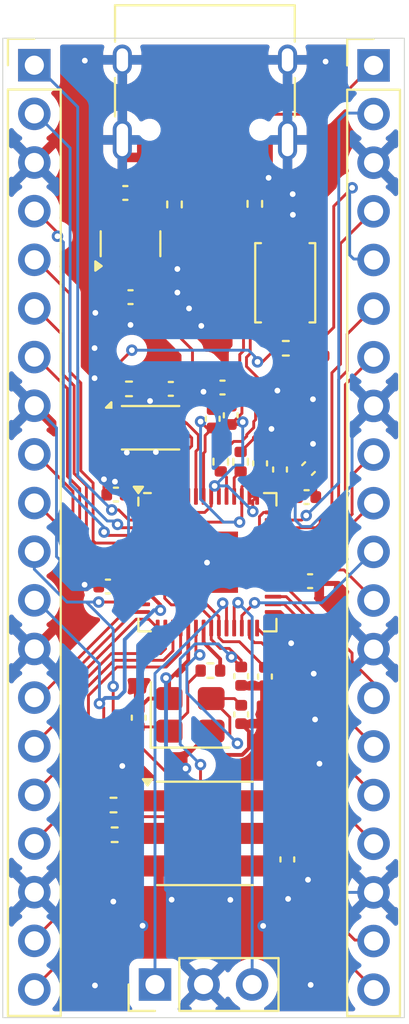
<source format=kicad_pcb>
(kicad_pcb (version 20241229) (generator "pcbnew") (generator_version "9.0")
  (layers (0 "F.Cu" signal) (2 "B.Cu" signal) (13 "F.Paste" user) (15 "B.Paste" user) (5 "F.SilkS" user "F.Silkscreen") (7 "B.SilkS" user "B.Silkscreen") (1 "F.Mask" user) (3 "B.Mask" user) (25 "Edge.Cuts" user))
  (net 0 "")
  (net 1 "GND")
  (net 2 "+3V3")
  (net 3 "+1V1")
  (net 4 "VBUS")
  (net 5 "Net-(C15-Pad2)")
  (net 6 "XIN")
  (net 7 "USB_D+")
  (net 8 "USB_D-")
  (net 9 "Net-(J1-CC2)")
  (net 10 "Net-(J1-CC1)")
  (net 11 "GPIO5")
  (net 12 "GPIO4")
  (net 13 "GPIO9")
  (net 14 "GPIO13")
  (net 15 "GPIO10")
  (net 16 "GPIO15")
  (net 17 "GPIO14")
  (net 18 "GPIO12")
  (net 19 "GPIO0")
  (net 20 "GPIO11")
  (net 21 "GPIO1")
  (net 22 "GPIO3")
  (net 23 "GPIO6")
  (net 24 "GPIO7")
  (net 25 "GPIO8")
  (net 26 "GPIO2")
  (net 27 "GPIO22")
  (net 28 "GPIO16")
  (net 29 "GPIO17")
  (net 30 "GPIO23")
  (net 31 "GPIO28_ADC2")
  (net 32 "GPIO26_ADC0")
  (net 33 "GPIO18")
  (net 34 "RUN")
  (net 35 "GPIO19")
  (net 36 "GPIO24")
  (net 37 "GPIO20")
  (net 38 "GPIO27_ADC1")
  (net 39 "GPIO21")
  (net 40 "GPIO29_ADC3")
  (net 41 "SWCLK")
  (net 42 "SWD")
  (net 43 "Net-(U1-USB_DP)")
  (net 44 "Net-(U1-USB_DM)")
  (net 45 "XOUT")
  (net 46 "QSPI_SS")
  (net 47 "Net-(R6-Pad1)")
  (net 49 "QSPI_SCLK")
  (net 50 "QSPI_SD3")
  (net 51 "QSPI_SD2")
  (net 52 "QSPI_SD0")
  (net 53 "QSPI_SD1")
  (net 54 "Net-(D2-DI)")
  (net 56 "Net-(D2-CI)")
  (footprint "Capacitor_SMD:C_0402_1005Metric" (layer "F.Cu") (at 106.7175 88.7)
    (property "Reference" "C8" (hide yes))
    (property "Value" "0.1uF")
  )
  (footprint "Capacitor_SMD:C_0402_1005Metric" (layer "F.Cu") (at 102.75 84.43 90)
    (property "Reference" "C6" (hide yes))
    (property "Value" "0.1uF" (hide yes))
  )
  (footprint "Resistor_SMD:R_0402_1005Metric" (layer "F.Cu") (at 97.43 83.05 180)
    (property "Reference" "R7" (hide yes))
    (property "Value" "10k" (hide yes))
  )
  (footprint "Capacitor_SMD:C_0402_1005Metric" (layer "F.Cu") (at 105.71 107.62 90)
    (property "Reference" "C18" (hide yes))
    (property "Value" "0.1uF" (hide yes))
  )
  (footprint "Resistor_SMD:R_0402_1005Metric" (layer "F.Cu") (at 101.6875 97.76)
    (property "Reference" "R5" (hide yes))
    (property "Value" "1k")
  )
  (footprint "Capacitor_SMD:C_0402_1005Metric" (layer "F.Cu") (at 106.9 93.09)
    (property "Reference" "C9" (hide yes))
    (property "Value" "0.1uF" (hide yes))
  )
  (footprint "Connector_PinHeader_2.54mm:PinHeader_1x03_P2.54mm_Vertical" (layer "F.Cu") (at 98.79 114.15 90)
    (property "Reference" "J4" (hide yes))
    (property "Value" "Conn_01x03" (hide yes))
  )
  (footprint "Capacitor_SMD:C_0402_1005Metric" (layer "F.Cu") (at 97.51 78.26)
    (property "Reference" "C14" (hide yes))
    (property "Value" "10uF" (hide yes))
  )
  (footprint "Package_TO_SOT_SMD:SOT-23" (layer "F.Cu") (at 97.51 75.4725 90)
    (property "Reference" "U2" (hide yes))
    (property "Value" "MCP1700x-330xxTT" (hide yes))
  )
  (footprint "Resistor_SMD:R_0402_1005Metric" (layer "F.Cu") (at 104.01 73.39 -90)
    (property "Reference" "R1" (hide yes))
    (property "Value" "5.1k" (hide yes))
  )
  (footprint "Capacitor_SMD:C_0402_1005Metric" (layer "F.Cu") (at 102.32 82.98 180)
    (property "Reference" "C7" (hide yes))
    (property "Value" "0.1uF" (hide yes))
  )
  (footprint "Capacitor_SMD:C_0402_1005Metric" (layer "F.Cu") (at 103.2975 100.05 90)
    (property "Reference" "C16" (hide yes))
    (property "Value" "33pF" (hide yes))
  )
  (footprint "Capacitor_SMD:C_0402_1005Metric" (layer "F.Cu") (at 101.8075 84.61 90)
    (property "Reference" "C12" (hide yes))
    (property "Value" "0.1uF")
  )
  (footprint "Capacitor_SMD:C_0402_1005Metric" (layer "F.Cu") (at 97.9375 100.22 -90)
    (property "Reference" "C15" (hide yes))
    (property "Value" "33pF" (hide yes))
  )
  (footprint "Capacitor_SMD:C_0402_1005Metric" (layer "F.Cu") (at 104.2875 86.94 90)
    (property "Reference" "C11" (hide yes))
    (property "Value" "0.1uF" (hide yes))
  )
  (footprint "LED_SMD:LED_RGB_5050-6" (layer "F.Cu") (at 101.4 106.26)
    (property "Reference" "D2" (hide yes))
    (property "Value" "APA102" (hide yes))
  )
  (footprint "Package_SON:Winbond_USON-8-1EP_3x2mm_P0.5mm_EP0.2x1.6mm" (layer "F.Cu") (at 98.5575 85.08)
    (property "Reference" "U3" (hide yes))
    (property "Value" "W25Q16JVZPIQ" (hide yes))
  )
  (footprint "Package_DFN_QFN:QFN-56-1EP_7x7mm_P0.4mm_EP3.2x3.2mm" (layer "F.Cu") (at 101.53 92.1)
    (property "Reference" "U1" (hide yes))
    (property "Value" "RP2040")
  )
  (footprint "Resistor_SMD:R_0402_1005Metric" (layer "F.Cu") (at 96.68 106.33)
    (property "Reference" "R8" (hide yes))
    (property "Value" "100" (hide yes))
  )
  (footprint "Capacitor_SMD:C_0402_1005Metric" (layer "F.Cu") (at 106.8175 87.21 45)
    (property "Reference" "C1" (hide yes))
    (property "Value" "1uF")
  )
  (footprint "Resistor_SMD:R_0402_1005Metric" (layer "F.Cu") (at 99.81 73.42 -90)
    (property "Reference" "R2" (hide yes))
    (property "Value" "5.1k" (hide yes))
  )
  (footprint "Connector_PinHeader_2.54mm:PinHeader_1x20_P2.54mm_Vertical" (layer "F.Cu") (at 92.48 66.15)
    (property "Reference" "J2" (hide yes))
    (property "Value" "Conn_01x20" (hide yes))
  )
  (footprint "Resistor_SMD:R_0402_1005Metric" (layer "F.Cu") (at 102.2275 86.85 -90)
    (property "Reference" "R3" (hide yes))
    (property "Value" "27")
  )
  (footprint "Capacitor_SMD:C_0402_1005Metric" (layer "F.Cu") (at 96.33 93.37 180)
    (property "Reference" "C3" (hide yes))
    (property "Value" "0.1uF" (hide yes))
  )
  (footprint "Capacitor_SMD:C_0402_1005Metric" (layer "F.Cu") (at 97.24 72.82)
    (property "Reference" "C13" (hide yes))
    (property "Value" "10uF" (hide yes))
  )
  (footprint "Button_Switch_SMD:SW_Push_SPST_NO_Alps_SKRK" (layer "F.Cu") (at 105.6 77.51 -90)
    (property "Reference" "SW1" (hide yes))
    (property "Value" "SW_Push" (hide yes))
  )
  (footprint "Resistor_SMD:R_0402_1005Metric" (layer "F.Cu") (at 96.62 104.78)
    (property "Reference" "R9" (hide yes))
    (property "Value" "100" (hide yes))
  )
  (footprint "Capacitor_SMD:C_0402_1005Metric" (layer "F.Cu") (at 104.54 98.07 -90)
    (property "Reference" "C10" (hide yes))
    (property "Value" "1uF")
  )
  (footprint "Resistor_SMD:R_0402_1005Metric" (layer "F.Cu") (at 105.63 80.93 180)
    (property "Reference" "R6" (hide yes))
    (property "Value" "1k")
  )
  (footprint "Capacitor_SMD:C_0402_1005Metric" (layer "F.Cu") (at 105.3275 87.26 90)
    (property "Reference" "C5" (hide yes))
    (property "Value" "0.1uF" (hide yes))
  )
  (footprint "Resistor_SMD:R_0402_1005Metric" (layer "F.Cu") (at 103.2675 86.85 -90)
    (property "Reference" "R4" (hide yes))
    (property "Value" "27")
  )
  (footprint "Capacitor_SMD:C_0402_1005Metric" (layer "F.Cu") (at 96.7475 88.57 180)
    (property "Reference" "C4" (hide yes))
    (property "Value" "0.1uF" (hide yes))
  )
  (footprint "Crystal:Crystal_SMD_3225-4Pin_3.2x2.5mm" (layer "F.Cu") (at 100.6275 100.07)
    (property "Reference" "Y1" (hide yes))
    (property "Value" "12 MHz" (hide yes))
  )
  (footprint "Capacitor_SMD:C_0402_1005Metric" (layer "F.Cu") (at 99.6175 83.05)
    (property "Reference" "C17" (hide yes))
    (property "Value" "0.1uF" (hide yes))
  )
  (footprint "Capacitor_SMD:C_0402_1005Metric" (layer "F.Cu") (at 103.2975 98.05 -90)
    (property "Reference" "C2" (hide yes))
    (property "Value" "0.1uF")
  )
  (footprint "Connector_PinHeader_2.54mm:PinHeader_1x20_P2.54mm_Vertical" (layer "F.Cu") (at 110.22 66.16)
    (property "Reference" "J3" (hide yes))
    (property "Value" "Conn_01x20" (hide yes))
  )
  (footprint "Connector_USB:USB_C_Receptacle_HRO_TYPE-C-31-M-12" (layer "F.Cu") (at 101.4 66.92 180)
    (property "Reference" "J1" (hide yes))
    (property "Value" "USB_C_Receptacle_USB2.0_14P" (hide yes))
  )
  (gr_rect (start 90.83 64.74) (end 111.83 115.88) (stroke (width 0.05)) (fill no) (layer "Edge.Cuts"))
  (segment (start 101.7275 100.92) (end 100.39 102.2575) (width 0.2) (layer "F.Cu") (net 1))
  (segment (start 103.701 101.808943) (end 103.348943 102.161) (width 0.2) (layer "F.Cu") (net 1))
  (segment (start 103.348943 102.161) (end 102.3685 102.161) (width 0.2) (layer "F.Cu") (net 1))
  (segment (start 103.701 100.9335) (end 103.701 101.808943) (width 0.2) (layer "F.Cu") (net 1))
  (segment (start 104.65 71.95) (end 104.73 72.03) (width 0.2) (layer "F.Cu") (net 1))
  (segment (start 99.5275 98.238449) (end 100.53 97.235949) (width 0.2) (layer "F.Cu") (net 1))
  (segment (start 101.8075 84.13) (end 102.57 84.13) (width 0.15) (layer "F.Cu") (net 1))
  (segment (start 96.12 88.4225) (end 96.2675 88.57) (width 0.15) (layer "F.Cu") (net 1))
  (segment (start 107.156911 86.870589) (end 107.156911 86.136911) (width 0.15) (layer "F.Cu") (net 1))
  (segment (start 106.79 108.68) (end 106.79 108.01) (width 0.15) (layer "F.Cu") (net 1))
  (segment (start 107.156911 86.136911) (end 106.94 85.92) (width 0.15) (layer "F.Cu") (net 1))
  (segment (start 107.1975 88.7) (end 107.1975 86.911178) (width 0.15) (layer "F.Cu") (net 1))
  (segment (start 101.7275 101.52) (end 101.7275 100.92) (width 0.2) (layer "F.Cu") (net 1))
  (segment (start 99.66 109.72) (end 99.66 109.48) (width 0.2) (layer "F.Cu") (net 1))
  (segment (start 97.1325 86.191565) (end 97.315935 86.375) (width 0.15) (layer "F.Cu") (net 1))
  (segment (start 103.2975 98.53) (end 104.52 98.53) (width 0.15) (layer "F.Cu") (net 1))
  (segment (start 96.694923 88.142577) (end 96.2675 88.57) (width 0.15) (layer "F.Cu") (net 1))
  (segment (start 97.03 75.78) (end 92.48 71.23) (width 0.15) (layer "F.Cu") (net 1))
  (segment (start 99.365 98.14726) (end 99.365 99.0575) (width 0.2) (layer "F.Cu") (net 1))
  (segment (start 98.9335 84.083618) (end 98.9335 86.248707) (width 0.15) (layer "F.Cu") (net 1))
  (segment (start 104.2875 86.46) (end 105.0075 86.46) (width 0.15) (layer "F.Cu") (net 1))
  (segment (start 107.1975 86.911178) (end 107.156911 86.870589) (width 0.15) (layer "F.Cu") (net 1))
  (segment (start 105.92 107.14) (end 105.71 107.14) (width 0.15) (layer "F.Cu") (net 1))
  (segment (start 99 108.82) (end 99 107.96) (width 0.2) (layer "F.Cu") (net 1))
  (segment (start 104.88 85.14) (end 105.3275 85.5875) (width 0.15) (layer "F.Cu") (net 1))
  (segment (start 104.2875 85.7325) (end 104.88 85.14) (width 0.15) (layer "F.Cu") (net 1))
  (segment (start 105.0075 86.46) (end 105.3275 86.78) (width 0.15) (layer "F.Cu") (net 1))
  (segment (start 98.53079 83.680908) (end 98.53079 83.65671) (width 0.15) (layer "F.Cu") (net 1))
  (segment (start 101.8075 83.0125) (end 101.84 82.98) (width 0.15) (layer "F.Cu") (net 1))
  (segment (start 106.94 85.92) (end 107.053089 85.92) (width 0.15) (layer "F.Cu") (net 1))
  (segment (start 97.03 78.12) (end 96.56 77.65) (width 0.15) (layer "F.Cu") (net 1))
  (segment (start 101.8075 84.13) (end 101.8075 83.0125) (width 0.15) (layer "F.Cu") (net 1))
  (segment (start 102.3685 102.161) (end 101.7275 101.52) (width 0.2) (layer "F.Cu") (net 1))
  (segment (start 99.365 99.0575) (end 99.5275 99.22) (width 0.2) (layer "F.Cu") (net 1))
  (segment (start 101.545 82.98) (end 101.325 83.2) (width 0.15) (layer "F.Cu") (net 1))
  (segment (start 99.66 109.48) (end 99 108.82) (width 0.2) (layer "F.Cu") (net 1))
  (segment (start 104.65 70.965) (end 104.65 71.95) (width 0.2) (layer "F.Cu") (net 1))
  (segment (start 99.5275 99.22) (end 98.4575 99.22) (width 0.2) (layer "F.Cu") (net 1))
  (segment (start 96.12 87.77) (end 96.12 88.4225) (width 0.15) (layer "F.Cu") (net 1))
  (segment (start 104.2875 86.46) (end 104.2875 85.7325) (width 0.15) (layer "F.Cu") (net 1))
  (segment (start 98.53079 83.65671) (end 99.1375 83.05) (width 0.15) (layer "F.Cu") (net 1))
  (segment (start 100.53 97.235949) (end 100.53 95.5375) (width 0.2) (layer "F.Cu") (net 1))
  (segment (start 105.3275 85.5875) (end 105.3275 86.78) (width 0.15) (layer "F.Cu") (net 1))
  (segment (start 97.03 78.26) (end 97.03 75.78) (width 0.15) (layer "F.Cu") (net 1))
  (segment (start 95.85 93.37) (end 95.203173 93.37) (width 0.15) (layer "F.Cu") (net 1))
  (segment (start 96.56 77.65) (end 96.56 76.41) (width 0.15) (layer "F.Cu") (net 1))
  (segment (start 101.84 82.98) (end 101.545 82.98) (width 0.15) (layer "F.Cu") (net 1))
  (segment (start 99.5275 99.22) (end 99.5275 98.238449) (width 0.2) (layer "F.Cu") (net 1))
  (segment (start 97.1325 85.83) (end 97.1325 86.191565) (width 0.15) (layer "F.Cu") (net 1))
  (segment (start 104.52 98.53) (end 104.54 98.55) (width 0.15) (layer "F.Cu") (net 1))
  (segment (start 98.4575 99.22) (end 97.9375 99.74) (width 0.2) (layer "F.Cu") (net 1))
  (segment (start 102.57 84.13) (end 102.75 83.95) (width 0.15) (layer "F.Cu") (net 1))
  (segment (start 103.2975 100.53) (end 103.701 100.9335) (width 0.2) (layer "F.Cu") (net 1))
  (segment (start 96.694923 87.89293) (end 96.694923 88.142577) (width 0.15) (layer "F.Cu") (net 1))
  (segment (start 95.203173 93.37) (end 95.108172 93.274999) (width 0.15) (layer "F.Cu") (net 1))
  (segment (start 97.03 78.26) (end 97.03 78.12) (width 0.15) (layer "F.Cu") (net 1))
  (segment (start 100.39 102.2575) (end 100.39 102.87) (width 0.2) (layer "F.Cu") (net 1))
  (segment (start 98.53079 83.680908) (end 98.9335 84.083618) (width 0.15) (layer "F.Cu") (net 1))
  (segment (start 106.79 108.01) (end 105.92 107.14) (width 0.15) (layer "F.Cu") (net 1))
  (segment (start 98.9335 86.248707) (end 98.834634 86.347573) (width 0.15) (layer "F.Cu") (net 1))
  (via (at 105.19 83.14) (size 0.6) (drill 0.3) (layers "F.Cu" "B.Cu") (net 1))
  (via (at 101.51 92.12) (size 0.6) (drill 0.3) (layers "F.Cu" "B.Cu") (net 1))
  (via (at 95.108172 93.274999) (size 0.6) (drill 0.3) (layers "F.Cu" "B.Cu") (net 1))
  (via (at 104.88 85.14) (size 0.6) (drill 0.3) (layers "F.Cu" "B.Cu") (net 1))
  (via (at 97.51 79.71) (size 0.6) (drill 0.3) (layers "F.Cu" "B.Cu") (net 1))
  (via (at 105.99 72.88) (size 0.6) (drill 0.3) (layers "F.Cu" "B.Cu") (net 1))
  (via (at 107.71 65.96) (size 0.6) (drill 0.3) (layers "F.Cu" "B.Cu") (net 1))
  (via (at 96.12 87.77) (size 0.6) (drill 0.3) (layers "F.Cu" "B.Cu") (net 1))
  (via (at 104.445 111.09) (size 0.6) (drill 0.3) (layers "F.Cu" "B.Cu") (net 1))
  (via (at 104.73 72.03) (size 0.6) (drill 0.3) (layers "F.Cu" "B.Cu") (net 1))
  (via (at 95.63 80.92) (size 0.6) (drill 0.3) (layers "F.Cu" "B.Cu") (net 1))
  (via (at 102.73 109.73) (size 0.6) (drill 0.3) (layers "F.Cu" "B.Cu") (net 1))
  (via (at 95.65 114.2) (size 0.6) (drill 0.3) (layers "F.Cu" "B.Cu") (net 1))
  (via (at 99.365 98.14726) (size 0.6) (drill 0.3) (layers "F.Cu" "B.Cu") (net 1))
  (via (at 98.53079 83.680908) (size 0.6) (drill 0.3) (layers "F.Cu" "B.Cu") (net 1))
  (via (at 95.67 79.08) (size 0.6) (drill 0.3) (layers "F.Cu" "B.Cu") (net 1))
  (via (at 106 73.96) (size 0.6) (drill 0.3) (layers "F.Cu" "B.Cu") (net 1))
  (via (at 97.315935 86.375) (size 0.6) (drill 0.3) (layers "F.Cu" "B.Cu") (net 1))
  (via (at 107.05 83.59) (size 0.6) (drill 0.3) (layers "F.Cu" "B.Cu") (net 1))
  (via (at 95.12 65.91) (size 0.6) (drill 0.3) (layers "F.Cu" "B.Cu") (net 1))
  (via (at 107.39 102.62) (size 0.6) (drill 0.3) (layers "F.Cu" "B.Cu") (net 1))
  (via (at 99.96 78.02) (size 0.6) (drill 0.3) (layers "F.Cu" "B.Cu") (net 1))
  (via (at 107.16 100.31) (size 0.6) (drill 0.3) (layers "F.Cu" "B.Cu") (net 1))
  (via (at 101.325 83.2) (size 0.6) (drill 0.3) (layers "F.Cu" "B.Cu") (net 1))
  (via (at 98.14 111.08) (size 0.6) (drill 0.3) (layers "F.Cu" "B.Cu") (net 1))
  (via (at 100.39 102.87) (size 0.6) (drill 0.3) (layers "F.Cu" "B.Cu") (net 1))
  (via (at 105.91 96.33) (size 0.6) (drill 0.3) (layers "F.Cu" "B.Cu") (net 1))
  (via (at 107.09 97.92) (size 0.6) (drill 0.3) (layers "F.Cu" "B.Cu") (net 1))
  (via (at 106.79 108.68) (size 0.6) (drill 0.3) (layers "F.Cu" "B.Cu") (net 1))
  (via (at 97.08 102.74) (size 0.6) (drill 0.3) (layers "F.Cu" "B.Cu") (net 1))
  (via (at 95.63 82.49) (size 0.6) (drill 0.3) (layers "F.Cu" "B.Cu") (net 1))
  (via (at 105.75 109.68) (size 0.6) (drill 0.3) (layers "F.Cu" "B.Cu") (net 1))
  (via (at 98.834634 86.347573) (size 0.6) (drill 0.3) (layers "F.Cu" "B.Cu") (net 1))
  (via (at 100.57 78.85) (size 0.6) (drill 0.3) (layers "F.Cu" "B.Cu") (net 1))
  (via (at 101.21 79.76) (size 0.6) (drill 0.3) (layers "F.Cu" "B.Cu") (net 1))
  (via (at 99.96 76.79) (size 0.6) (drill 0.3) (layers "F.Cu" "B.Cu") (net 1))
  (via (at 96.694923 87.89293) (size 0.6) (drill 0.3) (layers "F.Cu" "B.Cu") (net 1))
  (via (at 96.61 109.82) (size 0.6) (drill 0.3) (layers "F.Cu" "B.Cu") (net 1))
  (via (at 107.053089 85.92) (size 0.6) (drill 0.3) (layers "F.Cu" "B.Cu") (net 1))
  (via (at 99.66 109.72) (size 0.6) (drill 0.3) (layers "F.Cu" "B.Cu") (net 1))
  (via (at 106.93 114.17) (size 0.6) (drill 0.3) (layers "F.Cu" "B.Cu") (net 1))
  (segment (start 107.053089 85.92) (end 106.1215 86.851589) (width 0.15) (layer "B.Cu") (net 1))
  (segment (start 98.834634 86.347573) (end 98.807207 86.375) (width 0.15) (layer "B.Cu") (net 1))
  (segment (start 101.51 92.12) (end 100.355001 93.274999) (width 0.15) (layer "B.Cu") (net 1))
  (segment (start 106.936088 90.236) (end 109.094 88.078088) (width 0.15) (layer "B.Cu") (net 1))
  (segment (start 106.1215 89.898588) (end 106.458912 90.236) (width 0.15) (layer "B.Cu") (net 1))
  (segment (start 97.406754 88.604761) (end 96.694923 87.89293) (width 0.15) (layer "B.Cu") (net 1))
  (segment (start 99.66 109.48) (end 99.365 109.185) (width 0.2) (layer "B.Cu") (net 1))
  (segment (start 100.844092 83.680908) (end 98.53079 83.680908) (width 0.15) (layer "B.Cu") (net 1))
  (segment (start 99.66 109.72) (end 99.66 109.48) (width 0.2) (layer "B.Cu") (net 1))
  (segment (start 98.807207 86.375) (end 97.315935 86.375) (width 0.15) (layer "B.Cu") (net 1))
  (segment (start 109.094 88.078088) (end 109.094 85.066) (width 0.15) (layer "B.Cu") (net 1))
  (segment (start 106.1215 86.851589) (end 106.1215 89.898588) (width 0.15) (layer "B.Cu") (net 1))
  (segment (start 110.22 109.34) (end 107.45 109.34) (width 0.15) (layer "B.Cu") (net 1))
  (segment (start 107.45 109.34) (end 106.79 108.68) (width 0.15) (layer "B.Cu") (net 1))
  (segment (start 109.094 85.066) (end 110.22 83.94) (width 0.15) (layer "B.Cu") (net 1))
  (segment (start 99.365 109.185) (end 99.365 98.14726) (width 0.2) (layer "B.Cu") (net 1))
  (segment (start 97.315935 86.375) (end 97.315935 86.574065) (width 0.15) (layer "B.Cu") (net 1))
  (segment (start 97.406754 90.976417) (end 97.406754 88.604761) (width 0.15) (layer "B.Cu") (net 1))
  (segment (start 99.365 101.845) (end 99.365 98.14726) (width 0.2) (layer "B.Cu") (net 1))
  (segment (start 95.108172 93.274999) (end 93.64 91.806827) (width 0.15) (layer "B.Cu") (net 1))
  (segment (start 100.39 102.87) (end 99.365 101.845) (width 0.2) (layer "B.Cu") (net 1))
  (segment (start 95.108172 93.274999) (end 97.406754 90.976417) (width 0.15) (layer "B.Cu") (net 1))
  (segment (start 97.315935 86.574065) (end 96.12 87.77) (width 0.15) (layer "B.Cu") (net 1))
  (segment (start 100.355001 93.274999) (end 95.108172 93.274999) (width 0.15) (layer "B.Cu") (net 1))
  (segment (start 93.64 85.09) (end 92.48 83.93) (width 0.15) (layer "B.Cu") (net 1))
  (segment (start 101.53 92.1) (end 101.51 92.12) (width 0.15) (layer "B.Cu") (net 1))
  (segment (start 106.458912 90.236) (end 106.936088 90.236) (width 0.15) (layer "B.Cu") (net 1))
  (segment (start 93.64 91.806827) (end 93.64 85.09) (width 0.15) (layer "B.Cu") (net 1))
  (segment (start 101.325 83.2) (end 100.844092 83.680908) (width 0.15) (layer "B.Cu") (net 1))
  (segment (start 103.8 107.96) (end 105.57 107.96) (width 0.15) (layer "F.Cu") (net 2))
  (segment (start 106.2375 87.79) (end 106.478089 87.549411) (width 0.15) (layer "F.Cu") (net 2))
  (segment (start 97.99 76.88) (end 98.46 76.41) (width 0.15) (layer "F.Cu") (net 2))
  (segment (start 96.81 93.37) (end 97.08 93.1) (width 0.15) (layer "F.Cu") (net 2))
  (segment (start 97.99 78.26) (end 97.99 76.88) (width 0.15) (layer "F.Cu") (net 2))
  (segment (start 106 81.974984) (end 106 85.74) (width 0.15) (layer "F.Cu") (net 2))
  (segment (start 108.138 73.512) (end 108.138 79.836984) (width 0.15) (layer "F.Cu") (net 2))
  (segment (start 97.08 93.1) (end 98.0925 93.1) (width 0.15) (layer "F.Cu") (net 2))
  (segment (start 103.56 107.96) (end 101.17 105.57) (width 0.15) (layer "F.Cu") (net 2))
  (segment (start 99.9825 84.33) (end 99.9825 83.165) (width 0.15) (layer "F.Cu") (net 2))
  (segment (start 101.907104 88.115508) (end 102.033008 88.115508) (width 0.15) (layer "F.Cu") (net 2))
  (segment (start 104.13 88.6625) (end 105.0525 87.74) (width 0.15) (layer "F.Cu") (net 2))
  (segment (start 98.806 89.566) (end 98.74 89.5) (width 0.15) (layer "F.Cu") (net 2))
  (segment (start 100.75 81.9) (end 100.75 83.5625) (width 0.15) (layer "F.Cu") (net 2))
  (segment (start 101.93 88.138404) (end 101.907104 88.115508) (width 0.15) (layer "F.Cu") (net 2))
  (segment (start 101.73 88.6625) (end 101.73 89.16242) (width 0.15) (layer "F.Cu") (net 2))
  (segment (start 102.13 88.2125) (end 102.13 88.6625) (width 0.15) (layer "F.Cu") (net 2))
  (segment (start 103.2975 97.2275) (end 102.672 96.602) (width 0.15) (layer "F.Cu") (net 2))
  (segment (start 103.336 84.324) (end 103.336 83.516) (width 0.15) (layer "F.Cu") (net 2))
  (segment (start 102.787602 97.049021) (end 102.787602 97.060102) (width 0.15) (layer "F.Cu") (net 2))
  (segment (start 103.905 88.8875) (end 104.13 88.6625) (width 0.15) (layer "F.Cu") (net 2))
  (segment (start 100.75 83.5625) (end 99.9825 84.33) (width 0.15) (layer "F.Cu") (net 2))
  (segment (start 99.640612 94.327) (end 99.299 93.985388) (width 0.15) (layer "F.Cu") (net 2))
  (segment (start 100.81 81.9) (end 100.75 81.9) (width 0.15) (layer "F.Cu") (net 2))
  (segment (start 104.9675 93.1) (end 105.46742 93.1) (width 0.15) (layer "F.Cu") (net 2))
  (segment (start 106 85.74) (end 106.478089 86.218089) (width 0.15) (layer "F.Cu") (net 2))
  (segment (start 100.75 81.33) (end 100.75 81.9) (width 0.15) (layer "F.Cu") (net 2))
  (segment (start 99.5115 82.464) (end 98.526 82.464) (width 0.15) (layer "F.Cu") (net 2))
  (segment (start 101.17 105.57) (end 101.17 102.67) (width 0.15) (layer "F.Cu") (net 2))
  (segment (start 102.198192 96.602) (end 101.73 96.133808) (width 0.15) (layer "F.Cu") (net 2))
  (segment (start 104.9675 89.5) (end 104.46758 89.5) (width 0.15) (layer "F.Cu") (net 2))
  (segment (start 101.73 88.292612) (end 101.907104 88.115508) (width 0.15) (layer "F.Cu") (net 2))
  (segment (start 103.249695 84.91) (end 103.378 84.781695) (width 0.15) (layer "F.Cu") (net 2))
  (segment (start 101.73 88.6625) (end 101.73 88.292612) (width 0.15) (layer "F.Cu") (net 2))
  (segment (start 101.01942 94.327) (end 99.640612 94.327) (width 0.15) (layer "F.Cu") (net 2))
  (segment (start 101.73 95.03758) (end 101.01942 94.327) (width 0.15) (layer "F.Cu") (net 2))
  (segment (start 102.787602 97.060102) (end 103.2975 97.57) (width 0.15) (layer "F.Cu") (net 2))
  (segment (start 98.0925 89.435) (end 97.2275 88.57) (width 0.15) (layer "F.Cu") (net 2))
  (segment (start 105.47742 93.09) (end 106.42 93.09) (width 0.15) (layer "F.Cu") (net 2))
  (segment (start 100.75 81.02) (end 100.75 81.33) (width 0.15) (layer "F.Cu") (net 2))
  (segment (start 98.59242 93.1) (end 98.806 92.88642) (width 0.15) (layer "F.Cu") (net 2))
  (segment (start 104.254 89.71358) (end 104.254 92.88642) (width 0.15) (layer "F.Cu") (net 2))
  (segment (start 101.73 89.16242) (end 101.39242 89.5) (width 0.15) (layer "F.Cu") (net 2))
  (segment (start 103.336 83.516) (end 102.8 82.98) (width 0.15) (layer "F.Cu") (net 2))
  (segment (start 104.254 92.88642) (end 104.46758 93.1) (width 0.15) (layer "F.Cu") (net 2))
  (segment (start 105.0525 87.74) (end 105.3275 87.74) (width 0.15) (layer "F.Cu") (net 2))
  (segment (start 98.0925 89.5) (end 98.0925 89.435) (width 0.15) (layer "F.Cu") (net 2))
  (segment (start 105.46742 93.1) (end 105.47742 93.09) (width 0.15) (layer "F.Cu") (net 2))
  (segment (start 102.8 82.98) (end 101.51 81.69) (width 0.15) (layer "F.Cu") (net 2))
  (segment (start 103.905 89.448899) (end 103.905 88.8875) (width 0.15) (layer "F.Cu") (net 2))
  (segment (start 104.46758 93.1) (end 104.9675 93.1) (width 0.15) (layer "F.Cu") (net 2))
  (segment (start 103.73 88.6625) (end 104.13 88.6625) (width 0.15) (layer "F.Cu") (net 2))
  (segment (start 102.75 84.91) (end 103.336 84.324) (width 0.15) (layer "F.Cu") (net 2))
  (segment (start 100.0975 83.05) (end 99.5115 82.464) (width 0.15) (layer "F.Cu") (net 2))
  (segment (start 103.2975 97.57) (end 103.2975 97.2275) (width 0.15) (layer "F.Cu") (net 2))
  (segment (start 106.41 93.1) (end 106.42 93.11) (width 0.15) (layer "F.Cu") (net 2))
  (segment (start 104.9675 89.5) (end 105.4375 89.5) (width 0.15) (layer "F.Cu") (net 2))
  (segment (start 101.73 96.133808) (end 101.73 95.5375) (width 0.15) (layer "F.Cu") (net 2))
  (segment (start 105.57 107.96) (end 105.71 108.1) (width 0.15) (layer "F.Cu") (net 2))
  (segment (start 109.1 72.55) (end 108.138 73.512) (width 0.15) (layer "F.Cu") (net 2))
  (segment (start 102.672 96.602) (end 102.198192 96.602) (width 0.15) (layer "F.Cu") (net 2))
  (segment (start 101.51 81.69) (end 101.02 81.69) (width 0.15) (layer "F.Cu") (net 2))
  (segment (start 98.59242 93.1) (end 98.0925 93.1) (width 0.15) (layer "F.Cu") (net 2))
  (segment (start 101.73 95.5375) (end 101.73 95.03758) (width 0.15) (layer "F.Cu") (net 2))
  (segment (start 104.46758 89.5) (end 104.254 89.71358) (width 0.15) (layer "F.Cu") (net 2))
  (segment (start 98.526 82.464) (end 97.94 83.05) (width 0.15) (layer "F.Cu") (net 2))
  (segment (start 106.478089 86.218089) (end 106.478089 87.549411) (width 0.15) (layer "F.Cu") (net 2))
  (segment (start 101.02 81.69) (end 100.81 81.9) (width 0.15) (layer "F.Cu") (net 2))
  (segment (start 103.8 107.96) (end 103.56 107.96) (width 0.15) (layer "F.Cu") (net 2))
  (segment (start 98.806 92.88642) (end 98.806 89.566) (width 0.15) (layer "F.Cu") (net 2))
  (segment (start 105.3275 87.74) (end 106.2875 87.74) (width 0.15) (layer "F.Cu") (net 2))
  (segment (start 102.75 84.91) (end 103.249695 84.91) (width 0.15) (layer "F.Cu") (net 2))
  (segment (start 102.033008 88.115508) (end 102.13 88.2125) (width 0.15) (layer "F.Cu") (net 2))
  (segment (start 101.39242 89.5) (end 98.74 89.5) (width 0.15) (layer "F.Cu") (net 2))
  (segment (start 99.299 93.80658) (end 98.59242 93.1) (width 0.15) (layer "F.Cu") (net 2))
  (segment (start 99.299 93.985388) (end 99.299 93.80658) (width 0.15) (layer "F.Cu") (net 2))
  (segment (start 99.9825 83.165) (end 100.0975 83.05) (width 0.15) (layer "F.Cu") (net 2))
  (segment (start 98.74 89.5) (end 98.0925 89.5) (width 0.15) (layer "F.Cu") (net 2))
  (segment (start 105.4375 89.5) (end 106.2375 88.7) (width 0.15) (layer "F.Cu") (net 2))
  (segment (start 108.138 79.836984) (end 106 81.974984) (width 0.15) (layer "F.Cu") (net 2))
  (segment (start 106.2875 87.74) (end 106.478089 87.549411) (width 0.15) (layer "F.Cu") (net 2))
  (segment (start 106.2375 88.7) (end 106.2375 87.79) (width 0.15) (layer "F.Cu") (net 2))
  (segment (start 97.99 78.26) (end 100.75 81.02) (width 0.15) (layer "F.Cu") (net 2))
  (via (at 101.17 102.67) (size 0.6) (drill 0.3) (layers "F.Cu" "B.Cu") (net 2))
  (via (at 102.787602 97.049021) (size 0.6) (drill 0.3) (layers "F.Cu" "B.Cu") (net 2))
  (via (at 103.378 84.781695) (size 0.6) (drill 0.3) (layers "F.Cu" "B.Cu") (net 2))
  (via (at 101.907104 88.115508) (size 0.6) (drill 0.3) (layers "F.Cu" "B.Cu") (net 2))
  (via (at 109.1 72.55) (size 0.6) (drill 0.3) (layers "F.Cu" "B.Cu") (net 2))
  (via (at 103.905 89.448899) (size 0.6) (drill 0.3) (layers "F.Cu" "B.Cu") (net 2))
  (segment (start 108.97 72.68) (end 108.97 76.06) (width 0.15) (layer "B.Cu") (net 2))
  (segment (start 109.1 72.55) (end 108.97 72.68) (width 0.15) (layer "B.Cu") (net 2))
  (segment (start 108.97 76.06) (end 109.18 76.27) (width 0.15) (layer "B.Cu") (net 2))
  (segment (start 103.378 84.781695) (end 103.378 87.03) (width 0.15) (layer "B.Cu") (net 2))
  (segment (start 101.907104 88.115508) (end 102.5787 88.115508) (width 0.15) (layer "B.Cu") (net 2))
  (segment (start 110.22 76.27) (end 109.82 75.87) (width 0.15) (layer "B.Cu") (net 2))
  (segment (start 102.102581 96.364) (end 102.787602 97.049021) (width 0.15) (layer "B.Cu") (net 2))
  (segment (start 102.992612 87.03) (end 101.907104 88.115508) (width 0.15) (layer "B.Cu") (net 2))
  (segment (start 100.106977 101.606977) (end 100.106977 97.148435) (width 0.15) (layer "B.Cu") (net 2))
  (segment (start 100.106977 97.148435) (end 100.891412 96.364) (width 0.15) (layer "B.Cu") (net 2))
  (segment (start 103.378 87.03) (end 102.992612 87.03) (width 0.15) (layer "B.Cu") (net 2))
  (segment (start 100.891412 96.364) (end 102.102581 96.364) (width 0.15) (layer "B.Cu") (net 2))
  (segment (start 101.17 102.67) (end 100.106977 101.606977) (width 0.15) (layer "B.Cu") (net 2))
  (segment (start 103.905 89.441808) (end 103.905 89.448899) (width 0.15) (layer "B.Cu") (net 2))
  (segment (start 102.5787 88.115508) (end 103.905 89.441808) (width 0.15) (layer "B.Cu") (net 2))
  (segment (start 109.18 76.27) (end 110.22 76.27) (width 0.15) (layer "B.Cu") (net 2))
  (segment (start 101.33 88.6625) (end 101.33 86.405721) (width 0.15) (layer "F.Cu") (net 3))
  (segment (start 101.4105 86.32522) (end 101.4105 85.487) (width 0.15) (layer "F.Cu") (net 3))
  (segment (start 101.164808 93.976) (end 99.786 93.976) (width 0.15) (layer "F.Cu") (net 3))
  (segment (start 99.65 93.84) (end 99.65 90.31) (width 0.15) (layer "F.Cu") (net 3))
  (segment (start 99.953198 90.006802) (end 103.2122 90.006802) (width 0.15) (layer "F.Cu") (net 3))
  (segment (start 103.33 88.6625) (end 103.33 88.16258) (width 0.15) (layer "F.Cu") (net 3))
  (segment (start 104.54 97.59) (end 103.201 96.251) (width 0.15) (layer "F.Cu") (net 3))
  (segment (start 102.13 95.5375) (end 102.13 94.941192) (width 0.15) (layer "F.Cu") (net 3))
  (segment (start 103.8275 87.88) (end 104.2875 87.42) (width 0.15) (layer "F.Cu") (net 3))
  (segment (start 103.33 88.16258) (end 103.61258 87.88) (width 0.15) (layer "F.Cu") (net 3))
  (segment (start 101.33 86.405721) (end 101.4105 86.32522) (width 0.15) (layer "F.Cu") (net 3))
  (segment (start 103.2122 90.006802) (end 103.33 89.889002) (width 0.15) (layer "F.Cu") (net 3))
  (segment (start 101.4105 85.487) (end 101.8075 85.09) (width 0.15) (layer "F.Cu") (net 3))
  (segment (start 103.33 89.889002) (end 103.33 88.6625) (width 0.15) (layer "F.Cu") (net 3))
  (segment (start 101.505672 85.09) (end 101.172836 84.757164) (width 0.15) (layer "F.Cu") (net 3))
  (segment (start 103.201 96.251) (end 102.34358 96.251) (width 0.15) (layer "F.Cu") (net 3))
  (segment (start 102.34358 96.251) (end 102.13 96.03742) (width 0.15) (layer "F.Cu") (net 3))
  (segment (start 99.65 90.31) (end 99.953198 90.006802) (width 0.15) (layer "F.Cu") (net 3))
  (segment (start 102.13 96.03742) (end 102.13 95.5375) (width 0.15) (layer "F.Cu") (net 3))
  (segment (start 101.8075 85.09) (end 101.505672 85.09) (width 0.15) (layer "F.Cu") (net 3))
  (segment (start 102.13 94.941192) (end 101.164808 93.976) (width 0.15) (layer "F.Cu") (net 3))
  (segment (start 99.786 93.976) (end 99.65 93.84) (width 0.15) (layer "F.Cu") (net 3))
  (segment (start 103.61258 87.88) (end 103.8275 87.88) (width 0.15) (layer "F.Cu") (net 3))
  (via (at 101.172836 84.757164) (size 0.6) (drill 0.3) (layers "F.Cu" "B.Cu") (net 3))
  (via (at 103.2122 90.006802) (size 0.6) (drill 0.3) (layers "F.Cu" "B.Cu") (net 3))
  (segment (start 101.172836 84.757164) (end 101.172836 88.812836) (width 0.15) (layer "B.Cu") (net 3))
  (segment (start 101.172836 88.812836) (end 102.366802 90.006802) (width 0.15) (layer "B.Cu") (net 3))
  (segment (start 102.366802 90.006802) (end 103.2122 90.006802) (width 0.15) (layer "B.Cu") (net 3))
  (segment (start 97.72 72.82) (end 98.95 71.59) (width 0.15) (layer "F.Cu") (net 4))
  (segment (start 102.879 69.119) (end 103.288 68.71) (width 0.15) (layer "F.Cu") (net 4))
  (segment (start 98.95 71.59) (end 98.95 70.965) (width 0.15) (layer "F.Cu") (net 4))
  (segment (start 100.231 69.119) (end 102.879 69.119) (width 0.15) (layer "F.Cu") (net 4))
  (segment (start 97.72 74.325) (end 97.51 74.535) (width 0.15) (layer "F.Cu") (net 4))
  (segment (start 107.62 68.71) (end 110.22 66.11) (width 0.15) (layer "F.Cu") (net 4))
  (segment (start 98.95 70.4) (end 100.231 69.119) (width 0.15) (layer "F.Cu") (net 4))
  (segment (start 98.95 70.965) (end 98.95 70.4) (width 0.15) (layer "F.Cu") (net 4))
  (segment (start 102.879 69.119) (end 103.85 70.09) (width 0.15) (layer "F.Cu") (net 4))
  (segment (start 103.288 68.71) (end 107.62 68.71) (width 0.15) (layer "F.Cu") (net 4))
  (segment (start 97.72 72.82) (end 97.72 74.325) (width 0.15) (layer "F.Cu") (net 4))
  (segment (start 103.85 70.09) (end 103.85 70.965) (width 0.15) (layer "F.Cu") (net 4))
  (segment (start 100.5035 98.434) (end 101.1775 97.76) (width 0.15) (layer "F.Cu") (net 5))
  (segment (start 99.5275 100.92) (end 100.5035 99.944) (width 0.15) (layer "F.Cu") (net 5))
  (segment (start 99.3075 100.7) (end 99.5275 100.92) (width 0.15) (layer "F.Cu") (net 5))
  (segment (start 100.5035 99.944) (end 100.5035 98.434) (width 0.15) (layer "F.Cu") (net 5))
  (segment (start 97.9375 100.7) (end 99.3075 100.7) (width 0.15) (layer "F.Cu") (net 5))
  (segment (start 102.7035 100.196) (end 102.7035 101.1635) (width 0.15) (layer "F.Cu") (net 6))
  (segment (start 100.93 96.848248) (end 100.93 95.5375) (width 0.15) (layer "F.Cu") (net 6))
  (segment (start 101.13 96.94) (end 101.129964 96.940036) (width 0.15) (layer "F.Cu") (net 6))
  (segment (start 101.7275 99.22) (end 102.7035 100.196) (width 0.15) (layer "F.Cu") (net 6))
  (segment (start 102.9475 99.22) (end 103.2975 99.57) (width 0.15) (layer "F.Cu") (net 6))
  (segment (start 101.021788 96.940036) (end 100.93 96.848248) (width 0.15) (layer "F.Cu") (net 6))
  (segment (start 102.7035 101.1635) (end 103.1 101.56) (width 0.15) (layer "F.Cu") (net 6))
  (segment (start 101.7275 99.22) (end 102.9475 99.22) (width 0.15) (layer "F.Cu") (net 6))
  (segment (start 101.129964 96.940036) (end 101.021788 96.940036) (width 0.15) (layer "F.Cu") (net 6))
  (via (at 103.1 101.56) (size 0.6) (drill 0.3) (layers "F.Cu" "B.Cu") (net 6))
  (via (at 101.13 96.94) (size 0.6) (drill 0.3) (layers "F.Cu" "B.Cu") (net 6))
  (segment (start 101.120545 96.949455) (end 101.013853 96.949455) (width 0.15) (layer "B.Cu") (net 6))
  (segment (start 100.457977 97.505331) (end 100.457977 98.917977) (width 0.15) (layer "B.Cu") (net 6))
  (segment (start 100.457977 98.917977) (end 103.1 101.56) (width 0.15) (layer "B.Cu") (net 6))
  (segment (start 101.13 96.94) (end 101.120545 96.949455) (width 0.15) (layer "B.Cu") (net 6))
  (segment (start 101.013853 96.949455) (end 100.457977 97.505331) (width 0.15) (layer "B.Cu") (net 6))
  (segment (start 102.6715 86.031016) (end 102.908516 85.794) (width 0.15) (layer "F.Cu") (net 7))
  (segment (start 102.2275 86.34) (end 102.6715 86.34) (width 0.15) (layer "F.Cu") (net 7))
  (segment (start 103.317112 85.794) (end 103.5855 85.525612) (width 0.15) (layer "F.Cu") (net 7))
  (segment (start 100.65 72.21) (end 101.01 72.57) (width 0.15) (layer "F.Cu") (net 7))
  (segment (start 104.049 84.660024) (end 104.049 82.849977) (width 0.15) (layer "F.Cu") (net 7))
  (segment (start 101.65 72.566388) (end 101.65 72.25) (width 0.15) (layer "F.Cu") (net 7))
  (segment (start 103.063 73.979388) (end 101.65 72.566388) (width 0.15) (layer "F.Cu") (net 7))
  (segment (start 100.65 70.965) (end 100.65 72.21) (width 0.15) (layer "F.Cu") (net 7))
  (segment (start 102.908516 85.794) (end 103.317112 85.794) (width 0.15) (layer "F.Cu") (net 7))
  (segment (start 102.6715 86.34) (end 102.6715 86.031016) (width 0.15) (layer "F.Cu") (net 7))
  (segment (start 103.063 74.354373) (end 103.063 73.979388) (width 0.15) (layer "F.Cu") (net 7))
  (segment (start 103.223 82.023976) (end 103.223 81.256024) (width 0.15) (layer "F.Cu") (net 7))
  (segment (start 103.953 84.756024) (end 104.049 84.660024) (width 0.15) (layer "F.Cu") (net 7))
  (segment (start 101.33 72.57) (end 101.65 72.25) (width 0.15) (layer "F.Cu") (net 7))
  (segment (start 101.01 72.57) (end 101.33 72.57) (width 0.15) (layer "F.Cu") (net 7))
  (segment (start 103.5855 85.525612) (end 103.5855 85.441724) (width 0.15) (layer "F.Cu") (net 7))
  (segment (start 101.65 72.25) (end 101.65 70.965) (width 0.15) (layer "F.Cu") (net 7))
  (segment (start 103.419 81.060024) (end 103.419 74.710372) (width 0.15) (layer "F.Cu") (net 7))
  (segment (start 103.419 74.710372) (end 103.063 74.354373) (width 0.15) (layer "F.Cu") (net 7))
  (segment (start 103.5855 85.441724) (end 103.953 85.074224) (width 0.15) (layer "F.Cu") (net 7))
  (segment (start 103.953 85.074224) (end 103.953 84.756024) (width 0.15) (layer "F.Cu") (net 7))
  (segment (start 104.049 82.849977) (end 103.223 82.023976) (width 0.15) (layer "F.Cu") (net 7))
  (segment (start 103.223 81.256024) (end 103.419 81.060024) (width 0.15) (layer "F.Cu") (net 7))
  (segment (start 102.01 69.47) (end 102.15 69.61) (width 0.15) (layer "F.Cu") (net 8))
  (segment (start 103.9365 85.587112) (end 103.9365 85.671) (width 0.15) (layer "F.Cu") (net 8))
  (segment (start 103.574 81.878588) (end 104.4 82.704588) (width 0.15) (layer "F.Cu") (net 8))
  (segment (start 102.15 70.965) (end 102.15 72.57) (width 0.15) (layer "F.Cu") (net 8))
  (segment (start 101.15 69.63) (end 101.31 69.47) (width 0.15) (layer "F.Cu") (net 8))
  (segment (start 104.4 84.805412) (end 104.304 84.901412) (width 0.15) (layer "F.Cu") (net 8))
  (segment (start 104.4 82.704588) (end 104.4 84.805412) (width 0.15) (layer "F.Cu") (net 8))
  (segment (start 102.15 69.61) (end 102.15 70.965) (width 0.15) (layer "F.Cu") (net 8))
  (segment (start 104.304 85.219612) (end 103.9365 85.587112) (width 0.15) (layer "F.Cu") (net 8))
  (segment (start 101.31 69.47) (end 102.01 69.47) (width 0.15) (layer "F.Cu") (net 8))
  (segment (start 103.77 74.564984) (end 103.77 81.205412) (width 0.15) (layer "F.Cu") (net 8))
  (segment (start 104.304 84.901412) (end 104.304 85.219612) (width 0.15) (layer "F.Cu") (net 8))
  (segment (start 103.414 73.834) (end 103.414 74.208984) (width 0.15) (layer "F.Cu") (net 8))
  (segment (start 102.15 72.57) (end 103.414 73.834) (width 0.15) (layer "F.Cu") (net 8))
  (segment (start 103.9365 85.671) (end 103.2675 86.34) (width 0.15) (layer "F.Cu") (net 8))
  (segment (start 103.77 81.205412) (end 103.574 81.401412) (width 0.15) (layer "F.Cu") (net 8))
  (segment (start 103.574 81.401412) (end 103.574 81.878588) (width 0.15) (layer "F.Cu") (net 8))
  (segment (start 103.414 74.208984) (end 103.77 74.564984) (width 0.15) (layer "F.Cu") (net 8))
  (segment (start 101.15 70.965) (end 101.15 69.63) (width 0.15) (layer "F.Cu") (net 8))
  (segment (start 99.65 72.75) (end 99.65 70.965) (width 0.2) (layer "F.Cu") (net 9))
  (segment (start 99.81 72.91) (end 99.65 72.75) (width 0.2) (layer "F.Cu") (net 9))
  (segment (start 103.49 72.88) (end 102.65 72.04) (width 0.2) (layer "F.Cu") (net 10))
  (segment (start 102.65 72.04) (end 102.65 70.965) (width 0.2) (layer "F.Cu") (net 10))
  (segment (start 104.01 72.88) (end 103.49 72.88) (width 0.2) (layer "F.Cu") (net 10))
  (segment (start 94.851 88.254611) (end 94.21 87.613612) (width 0.15) (layer "F.Cu") (net 11))
  (segment (start 94.851 91.76) (end 94.851 88.254611) (width 0.15) (layer "F.Cu") (net 11))
  (segment (start 94.21 87.613612) (end 94.21 83.03) (width 0.15) (layer "F.Cu") (net 11))
  (segment (start 98.0925 91.9) (end 94.991 91.9) (width 0.15) (layer "F.Cu") (net 11))
  (segment (start 94.21 83.03) (end 92.48 81.3) (width 0.15) (layer "F.Cu") (net 11))
  (segment (start 94.991 91.9) (end 94.851 91.76) (width 0.15) (layer "F.Cu") (net 11))
  (segment (start 95.202 88.109221) (end 94.561 87.468224) (width 0.15) (layer "F.Cu") (net 12))
  (segment (start 95.372 91.5) (end 95.202 91.33) (width 0.15) (layer "F.Cu") (net 12))
  (segment (start 94.42 82.74) (end 93.98 82.3) (width 0.15) (layer "F.Cu") (net 12))
  (segment (start 94.561 82.884612) (end 94.42 82.743611) (width 0.15) (layer "F.Cu") (net 12))
  (segment (start 98.0925 91.5) (end 95.372 91.5) (width 0.15) (layer "F.Cu") (net 12))
  (segment (start 93.98 80.26) (end 92.48 78.76) (width 0.15) (layer "F.Cu") (net 12))
  (segment (start 95.202 91.33) (end 95.202 88.109221) (width 0.15) (layer "F.Cu") (net 12))
  (segment (start 94.42 82.743611) (end 94.42 82.74) (width 0.15) (layer "F.Cu") (net 12))
  (segment (start 93.98 82.3) (end 93.98 80.26) (width 0.15) (layer "F.Cu") (net 12))
  (segment (start 94.561 87.468224) (end 94.561 82.884612) (width 0.15) (layer "F.Cu") (net 12))
  (segment (start 98.640772 93.9) (end 99.073983 94.333211) (width 0.2) (layer "F.Cu") (net 13))
  (segment (start 99.073983 94.333211) (end 99.073983 94.607995) (width 0.2) (layer "F.Cu") (net 13))
  (segment (start 98.640772 93.9) (end 98.0925 93.9) (width 0.2) (layer "F.Cu") (net 13))
  (segment (start 96.11 99.705) (end 95.885 99.48) (width 0.15) (layer "F.Cu") (net 13))
  (segment (start 96.11 104.78) (end 96.11 99.705) (width 0.15) (layer "F.Cu") (net 13))
  (via (at 99.073983 94.607995) (size 0.6) (drill 0.3) (layers "F.Cu" "B.Cu") (net 13))
  (via (at 95.885 99.48) (size 0.6) (drill 0.3) (layers "F.Cu" "B.Cu") (net 13))
  (segment (start 97.204847 98.83279) (end 96.85279 99.184847) (width 0.2) (layer "B.Cu") (net 13))
  (segment (start 97.204847 96.139929) (end 97.204847 98.83279) (width 0.2) (layer "B.Cu") (net 13))
  (segment (start 92.48 94) (end 95.885 97.405) (width 0.15) (layer "B.Cu") (net 13))
  (segment (start 99.073983 94.607995) (end 98.736781 94.607995) (width 0.2) (layer "B.Cu") (net 13))
  (segment (start 95.885 97.405) (end 95.885 99.48) (width 0.15) (layer "B.Cu") (net 13))
  (segment (start 98.736781 94.607995) (end 97.204847 96.139929) (width 0.2) (layer "B.Cu") (net 13))
  (segment (start 96.180153 99.184847) (end 95.885 99.48) (width 0.2) (layer "B.Cu") (net 13))
  (segment (start 96.85279 99.184847) (end 96.180153 99.184847) (width 0.2) (layer "B.Cu") (net 13))
  (segment (start 96.511744 96.87) (end 99.09 96.87) (width 0.15) (layer "F.Cu") (net 14))
  (segment (start 94.585872 98.795872) (end 96.511744 96.87) (width 0.15) (layer "F.Cu") (net 14))
  (segment (start 92.48 106.7) (end 94.585872 104.594128) (width 0.15) (layer "F.Cu") (net 14))
  (segment (start 99.09 96.87) (end 99.34 96.62) (width 0.15) (layer "F.Cu") (net 14))
  (segment (start 99.34 96.62) (end 99.33 96.61) (width 0.15) (layer "F.Cu") (net 14))
  (segment (start 94.585872 104.594128) (end 94.585872 98.795872) (width 0.15) (layer "F.Cu") (net 14))
  (segment (start 99.33 96.61) (end 99.33 95.5375) (width 0.15) (layer "F.Cu") (net 14))
  (segment (start 97.59258 94.3) (end 98.0925 94.3) (width 0.15) (layer "F.Cu") (net 15))
  (segment (start 92.48 99.08) (end 92.81258 99.08) (width 0.15) (layer "F.Cu") (net 15))
  (segment (start 92.48 99.08) (end 92.48 98.68) (width 0.15) (layer "F.Cu") (net 15))
  (segment (start 92.81258 99.08) (end 97.59258 94.3) (width 0.15) (layer "F.Cu") (net 15))
  (segment (start 100.12 96.68) (end 100.13 96.67) (width 0.15) (layer "F.Cu") (net 16))
  (segment (start 96.80226 97.57226) (end 99.380516 97.57226) (width 0.15) (layer "F.Cu") (net 16))
  (segment (start 100.12 96.832776) (end 100.12 96.68) (width 0.15) (layer "F.Cu") (net 16))
  (segment (start 99.380516 97.57226) (end 100.12 96.832776) (width 0.15) (layer "F.Cu") (net 16))
  (segment (start 95.31 99.06452) (end 96.80226 97.57226) (width 0.15) (layer "F.Cu") (net 16))
  (segment (start 95.31 111.49) (end 95.31 99.06452) (width 0.15) (layer "F.Cu") (net 16))
  (segment (start 100.13 96.67) (end 100.13 95.5375) (width 0.15) (layer "F.Cu") (net 16))
  (segment (start 92.48 114.32) (end 95.31 111.49) (width 0.15) (layer "F.Cu") (net 16))
  (segment (start 92.48 111.78) (end 94.936872 109.323128) (width 0.15) (layer "F.Cu") (net 17))
  (segment (start 99.73 96.726388) (end 99.73 95.5375) (width 0.15) (layer "F.Cu") (net 17))
  (segment (start 96.657132 97.221) (end 99.235388 97.221) (width 0.15) (layer "F.Cu") (net 17))
  (segment (start 94.936872 109.323128) (end 94.936872 98.94126) (width 0.15) (layer "F.Cu") (net 17))
  (segment (start 94.936872 98.94126) (end 96.657132 97.221) (width 0.15) (layer "F.Cu") (net 17))
  (segment (start 99.235388 97.221) (end 99.73 96.726388) (width 0.15) (layer "F.Cu") (net 17))
  (segment (start 92.48 104.16) (end 94.225484 102.414516) (width 0.15) (layer "F.Cu") (net 18))
  (segment (start 98.4685 95.076) (end 98.93 95.5375) (width 0.15) (layer "F.Cu") (net 18))
  (segment (start 94.225484 102.414516) (end 94.225484 98.659872) (width 0.15) (layer "F.Cu") (net 18))
  (segment (start 97.809356 95.076) (end 98.4685 95.076) (width 0.15) (layer "F.Cu") (net 18))
  (segment (start 94.225484 98.659872) (end 97.809356 95.076) (width 0.15) (layer "F.Cu") (net 18))
  (segment (start 98.0925 89.9) (end 97.420342 89.9) (width 0.15) (layer "F.Cu") (net 19))
  (segment (start 96.888888 89.368546) (end 96.528109 89.368546) (width 0.15) (layer "F.Cu") (net 19))
  (segment (start 97.420342 89.9) (end 96.888888 89.368546) (width 0.15) (layer "F.Cu") (net 19))
  (via (at 96.528109 89.368546) (size 0.6) (drill 0.3) (layers "F.Cu" "B.Cu") (net 19))
  (segment (start 94.75 87.590437) (end 94.75 68.33) (width 0.15) (layer "B.Cu") (net 19))
  (segment (start 96.528109 89.368546) (end 94.75 87.590437) (width 0.15) (layer "B.Cu") (net 19))
  (segment (start 94.75 68.33) (end 92.48 66.06) (width 0.15) (layer "B.Cu") (net 19))
  (segment (start 92.48 101.62) (end 93.874484 100.225516) (width 0.15) (layer "F.Cu") (net 20))
  (segment (start 93.874484 98.514484) (end 97.688968 94.7) (width 0.15) (layer "F.Cu") (net 20))
  (segment (start 93.874484 100.225516) (end 93.874484 98.514484) (width 0.15) (layer "F.Cu") (net 20))
  (segment (start 97.688968 94.7) (end 98.0925 94.7) (width 0.15) (layer "F.Cu") (net 20))
  (segment (start 97.08 90.3) (end 98.0925 90.3) (width 0.15) (layer "F.Cu") (net 21))
  (segment (start 97.08 90.3) (end 97.03 90.3) (width 0.15) (layer "F.Cu") (net 21))
  (segment (start 97.03 90.3) (end 97.005754 90.3) (width 0.15) (layer "F.Cu") (net 21))
  (segment (start 97.005754 90.3) (end 96.830754 90.125) (width 0.15) (layer "F.Cu") (net 21))
  (via (at 96.830754 90.125) (size 0.6) (drill 0.3) (layers "F.Cu" "B.Cu") (net 21))
  (segment (start 96.295389 89.949) (end 96.654754 89.949) (width 0.15) (layer "B.Cu") (net 21))
  (segment (start 94.351 88.004612) (end 94.351 70.471) (width 0.15) (layer "B.Cu") (net 21))
  (segment (start 94.351 70.471) (end 92.48 68.6) (width 0.15) (layer "B.Cu") (net 21))
  (segment (start 96.295389 89.949) (end 94.351 88.004612) (width 0.15) (layer "B.Cu") (net 21))
  (segment (start 96.654754 89.949) (end 96.830754 90.125) (width 0.15) (layer "B.Cu") (net 21))
  (segment (start 95.553 87.963831) (end 94.912 87.322834) (width 0.15) (layer "F.Cu") (net 22))
  (segment (start 94.771 82.594612) (end 94.331 82.154612) (width 0.15) (layer "F.Cu") (net 22))
  (segment (start 94.331 82.154612) (end 94.331 78.071) (width 0.15) (layer "F.Cu") (net 22))
  (segment (start 94.912 87.322834) (end 94.912 82.739223) (width 0.15) (layer "F.Cu") (net 22))
  (segment (start 94.771 82.598223) (end 94.771 82.594612) (width 0.15) (layer "F.Cu") (net 22))
  (segment (start 95.673 91.1) (end 95.553 90.98) (width 0.15) (layer "F.Cu") (net 22))
  (segment (start 95.553 90.98) (end 95.553 87.963831) (width 0.15) (layer "F.Cu") (net 22))
  (segment (start 94.331 78.071) (end 92.48 76.22) (width 0.15) (layer "F.Cu") (net 22))
  (segment (start 98.0925 91.1) (end 95.673 91.1) (width 0.15) (layer "F.Cu") (net 22))
  (segment (start 94.912 82.739223) (end 94.771 82.598223) (width 0.15) (layer "F.Cu") (net 22))
  (segment (start 94.866388 92.3) (end 94.5 91.933612) (width 0.15) (layer "F.Cu") (net 23))
  (segment (start 94.5 88.4) (end 92.48 86.38) (width 0.15) (layer "F.Cu") (net 23))
  (segment (start 98.0925 92.3) (end 94.866388 92.3) (width 0.15) (layer "F.Cu") (net 23))
  (segment (start 94.5 91.933612) (end 94.5 88.4) (width 0.15) (layer "F.Cu") (net 23))
  (segment (start 98.0925 92.7) (end 94.77 92.7) (width 0.15) (layer "F.Cu") (net 24))
  (segment (start 94.09 92.02) (end 94.09 90.53) (width 0.15) (layer "F.Cu") (net 24))
  (segment (start 94.77 92.7) (end 94.09 92.02) (width 0.15) (layer "F.Cu") (net 24))
  (segment (start 94.09 90.53) (end 92.48 88.92) (width 0.15) (layer "F.Cu") (net 24))
  (segment (start 96.603847 100.293847) (end 96.603847 98.583847) (width 0.15) (layer "F.Cu") (net 25))
  (segment (start 96.902194 94.18) (end 97.582194 93.5) (width 0.15) (layer "F.Cu") (net 25))
  (segment (start 96.17 106.33) (end 97.114 105.386) (width 0.15) (layer "F.Cu") (net 25))
  (segment (start 97.582194 93.5) (end 98.0925 93.5) (width 0.15) (layer "F.Cu") (net 25))
  (segment (start 100.276 103.734) (end 100.044 103.734) (width 0.15) (layer "F.Cu") (net 25))
  (segment (start 97.114 105.386) (end 100.314 105.386) (width 0.15) (layer "F.Cu") (net 25))
  (segment (start 100.52 105.18) (end 100.52 103.978) (width 0.15) (layer "F.Cu") (net 25))
  (segment (start 100.52 103.978) (end 100.276 103.734) (width 0.15) (layer "F.Cu") (net 25))
  (segment (start 100.314 105.386) (end 100.52 105.18) (width 0.15) (layer "F.Cu") (net 25))
  (segment (start 100.044 103.734) (end 96.603847 100.293847) (width 0.15) (layer "F.Cu") (net 25))
  (segment (start 95.84509 94.18) (end 96.902194 94.18) (width 0.15) (layer "F.Cu") (net 25))
  (via (at 95.84509 94.18) (size 0.6) (drill 0.3) (layers "F.Cu" "B.Cu") (net 25))
  (via (at 96.603847 98.583847) (size 0.6) (drill 0.3) (layers "F.Cu" "B.Cu") (net 25))
  (segment (start 92.48 91.55) (end 92.48 92.47) (width 0.15) (layer "B.Cu") (net 25))
  (segment (start 95.2 94.18) (end 95.04 94.18) (width 0.15) (layer "B.Cu") (net 25))
  (segment (start 92.48 92.47) (end 94.19 94.18) (width 0.15) (layer "B.Cu") (net 25))
  (segment (start 95.04 94.18) (end 95.84509 94.18) (width 0.15) (layer "B.Cu") (net 25))
  (segment (start 94.19 94.18) (end 95.04 94.18) (width 0.15) (layer "B.Cu") (net 25))
  (segment (start 96.603847 95.583847) (end 95.2 94.18) (width 0.15) (layer "B.Cu") (net 25))
  (segment (start 92.48 92.19) (end 92.48 91.46) (width 0.15) (layer "B.Cu") (net 25))
  (segment (start 96.603847 98.583847) (end 96.603847 95.583847) (width 0.15) (layer "B.Cu") (net 25))
  (segment (start 98.0925 90.7) (end 96.44 90.7) (width 0.15) (layer "F.Cu") (net 26))
  (segment (start 96.303 90.7) (end 96.128 90.525) (width 0.15) (layer "F.Cu") (net 26))
  (segment (start 93.69 74.89) (end 92.48 73.68) (width 0.15) (layer "F.Cu") (net 26))
  (segment (start 93.69 75.08) (end 93.69 74.89) (width 0.15) (layer "F.Cu") (net 26))
  (segment (start 96.44 90.7) (end 96.303 90.7) (width 0.15) (layer "F.Cu") (net 26))
  (via (at 93.69 75.08) (size 0.6) (drill 0.3) (layers "F.Cu" "B.Cu") (net 26))
  (via (at 96.128 90.525) (size 0.6) (drill 0.3) (layers "F.Cu" "B.Cu") (net 26))
  (segment (start 94 88.15) (end 94 75.39) (width 0.15) (layer "B.Cu") (net 26))
  (segment (start 96.128 90.525) (end 96.128 90.278) (width 0.15) (layer "B.Cu") (net 26))
  (segment (start 96.128 90.278) (end 94 88.15) (width 0.15) (layer "B.Cu") (net 26))
  (segment (start 94 75.39) (end 93.69 75.08) (width 0.15) (layer "B.Cu") (net 26))
  (segment (start 108.674 92.504) (end 110.22 94.05) (width 0.15) (layer "F.Cu") (net 27))
  (segment (start 104.9675 92.7) (end 105.907806 92.7) (width 0.15) (layer "F.Cu") (net 27))
  (segment (start 106.103806 92.504) (end 108.674 92.504) (width 0.15) (layer "F.Cu") (net 27))
  (segment (start 105.907806 92.7) (end 106.103806 92.504) (width 0.15) (layer "F.Cu") (net 27))
  (segment (start 106.089 98.029) (end 106.089 103.115389) (width 0.15) (layer "F.Cu") (net 28))
  (segment (start 104.36 96.3) (end 106.089 98.029) (width 0.15) (layer "F.Cu") (net 28))
  (segment (start 103.73 96.03742) (end 103.99258 96.3) (width 0.15) (layer "F.Cu") (net 28))
  (segment (start 107.91 112.06) (end 110.22 114.37) (width 0.15) (layer "F.Cu") (net 28))
  (segment (start 107.91 104.936389) (end 107.91 112.06) (width 0.15) (layer "F.Cu") (net 28))
  (segment (start 103.73 95.5375) (end 103.73 96.03742) (width 0.15) (layer "F.Cu") (net 28))
  (segment (start 103.99258 96.3) (end 104.36 96.3) (width 0.15) (layer "F.Cu") (net 28))
  (segment (start 106.089 103.115389) (end 107.91 104.936389) (width 0.15) (layer "F.Cu") (net 28))
  (segment (start 108.470806 105.000807) (end 108.470806 111.060806) (width 0.15) (layer "F.Cu") (net 29))
  (segment (start 104.13 95.5375) (end 106.44 97.8475) (width 0.15) (layer "F.Cu") (net 29))
  (segment (start 106.44 102.970001) (end 108.470806 105.000807) (width 0.15) (layer "F.Cu") (net 29))
  (segment (start 108.470806 111.060806) (end 109.24 111.83) (width 0.15) (layer "F.Cu") (net 29))
  (segment (start 109.24 111.83) (end 110.22 111.83) (width 0.15) (layer "F.Cu") (net 29))
  (segment (start 106.44 97.8475) (end 106.44 102.970001) (width 0.15) (layer "F.Cu") (net 29))
  (segment (start 104.9675 92.3) (end 105.811417 92.3) (width 0.15) (layer "F.Cu") (net 30))
  (segment (start 105.958418 92.153) (end 107.977 92.153) (width 0.15) (layer "F.Cu") (net 30))
  (segment (start 108.83 90.36) (end 110.22 88.97) (width 0.15) (layer "F.Cu") (net 30))
  (segment (start 108.83 91.3) (end 108.83 90.36) (width 0.15) (layer "F.Cu") (net 30))
  (segment (start 105.811417 92.3) (end 105.958418 92.153) (width 0.15) (layer "F.Cu") (net 30))
  (segment (start 107.977 92.153) (end 108.83 91.3) (width 0.15) (layer "F.Cu") (net 30))
  (segment (start 108.489 75.461) (end 110.22 73.73) (width 0.15) (layer "F.Cu") (net 31))
  (segment (start 104.9675 90.3) (end 107.216 90.3) (width 0.15) (layer "F.Cu") (net 31))
  (segment (start 107.426 90.09) (end 107.426 89.778441) (width 0.15) (layer "F.Cu") (net 31))
  (segment (start 108.041 89.163444) (end 108.041 82.208) (width 0.15) (layer "F.Cu") (net 31))
  (segment (start 107.426 89.778441) (end 108.041 89.163444) (width 0.15) (layer "F.Cu") (net 31))
  (segment (start 108.489 81.76) (end 108.489 75.461) (width 0.15) (layer "F.Cu") (net 31))
  (segment (start 107.216 90.3) (end 107.426 90.09) (width 0.15) (layer "F.Cu") (net 31))
  (segment (start 108.041 82.208) (end 108.489 81.76) (width 0.15) (layer "F.Cu") (net 31))
  (segment (start 108.743 82.827) (end 110.22 81.35) (width 0.15) (layer "F.Cu") (net 32))
  (segment (start 104.9675 91.1) (end 107.858 91.1) (width 0.15) (layer "F.Cu") (net 32))
  (segment (start 108.743 89.454222) (end 108.743 82.827) (width 0.15) (layer "F.Cu") (net 32))
  (segment (start 107.858 91.1) (end 108.128 90.83) (width 0.15) (layer "F.Cu") (net 32))
  (segment (start 108.128 90.069221) (end 108.743 89.454222) (width 0.15) (layer "F.Cu") (net 32))
  (segment (start 108.128 90.83) (end 108.128 90.069221) (width 0.15) (layer "F.Cu") (net 32))
  (segment (start 108.821806 103.308194) (end 108.821806 105.351806) (width 0.15) (layer "F.Cu") (net 33))
  (segment (start 108.821806 105.351806) (end 110.22 106.75) (width 0.15) (layer "F.Cu") (net 33))
  (segment (start 104.9675 94.7) (end 105.371032 94.7) (width 0.15) (layer "F.Cu") (net 33))
  (segment (start 108.041 97.369968) (end 108.041 102.527389) (width 0.15) (layer "F.Cu") (net 33))
  (segment (start 105.371032 94.7) (end 108.041 97.369968) (width 0.15) (layer "F.Cu") (net 33))
  (segment (start 108.041 102.527389) (end 108.821806 103.308194) (width 0.15) (layer "F.Cu") (net 33))
  (segment (start 103.33 95.5375) (end 103.33 94.89) (width 0.15) (layer "F.Cu") (net 34))
  (segment (start 103.33 94.89) (end 104 94.22) (width 0.15) (layer "F.Cu") (net 34))
  (via (at 104 94.22) (size 0.6) (drill 0.3) (layers "F.Cu" "B.Cu") (net 34))
  (segment (start 107.51 94.22) (end 110.22 91.51) (width 0.15) (layer "B.Cu") (net 34))
  (segment (start 104 94.22) (end 107.51 94.22) (width 0.15) (layer "B.Cu") (net 34))
  (segment (start 108.392 102.382) (end 110.22 104.21) (width 0.15) (layer "F.Cu") (net 35))
  (segment (start 108.392 97.134776) (end 108.392 102.382) (width 0.15) (layer "F.Cu") (net 35))
  (segment (start 104.9675 94.3) (end 105.557224 94.3) (width 0.15) (layer "F.Cu") (net 35))
  (segment (start 105.557224 94.3) (end 108.392 97.134776) (width 0.15) (layer "F.Cu") (net 35))
  (segment (start 108.479 90.214612) (end 109.106806 89.586806) (width 0.15) (layer "F.Cu") (net 36))
  (segment (start 105.715029 91.9) (end 105.81303 91.802) (width 0.15) (layer "F.Cu") (net 36))
  (segment (start 107.77 91.802) (end 108.479 91.093) (width 0.15) (layer "F.Cu") (net 36))
  (segment (start 109.094 89.574) (end 109.094 87.556) (width 0.15) (layer "F.Cu") (net 36))
  (segment (start 109.094 87.556) (end 110.22 86.43) (width 0.15) (layer "F.Cu") (net 36))
  (segment (start 108.479 91.093) (end 108.479 90.214612) (width 0.15) (layer "F.Cu") (net 36))
  (segment (start 105.81303 91.802) (end 107.77 91.802) (width 0.15) (layer "F.Cu") (net 36))
  (segment (start 104.9675 91.9) (end 105.715029 91.9) (width 0.15) (layer "F.Cu") (net 36))
  (segment (start 109.106806 89.586806) (end 109.094 89.574) (width 0.15) (layer "F.Cu") (net 36))
  (segment (start 108.743 100.193) (end 110.22 101.67) (width 0.15) (layer "F.Cu") (net 37))
  (segment (start 105.653612 93.9) (end 108.743 96.989388) (width 0.15) (layer "F.Cu") (net 37))
  (segment (start 104.9675 93.9) (end 105.653612 93.9) (width 0.15) (layer "F.Cu") (net 37))
  (segment (start 108.743 96.989388) (end 108.743 100.193) (width 0.15) (layer "F.Cu") (net 37))
  (segment (start 108.392 89.308833) (end 108.392 82.558) (width 0.15) (layer "F.Cu") (net 38))
  (segment (start 108.84 80.19) (end 110.22 78.81) (width 0.15) (layer "F.Cu") (net 38))
  (segment (start 104.9675 90.7) (end 107.54 90.7) (width 0.15) (layer "F.Cu") (net 38))
  (segment (start 108.392 82.558) (end 108.84 82.11) (width 0.15) (layer "F.Cu") (net 38))
  (segment (start 108.84 82.11) (end 108.84 80.19) (width 0.15) (layer "F.Cu") (net 38))
  (segment (start 107.777 90.463) (end 107.777 89.923831) (width 0.15) (layer "F.Cu") (net 38))
  (segment (start 107.54 90.7) (end 107.777 90.463) (width 0.15) (layer "F.Cu") (net 38))
  (segment (start 107.777 89.923831) (end 108.392 89.308833) (width 0.15) (layer "F.Cu") (net 38))
  (segment (start 110.22 99.13) (end 110.22 98.41) (width 0.15) (layer "F.Cu") (net 39))
  (segment (start 105.799 93.549) (end 105.539 93.549) (width 0.15) (layer "F.Cu") (net 39))
  (segment (start 110.22 98.41) (end 109.094 97.284) (width 0.15) (layer "F.Cu") (net 39))
  (segment (start 105.539 93.549) (end 105.49 93.5) (width 0.15) (layer "F.Cu") (net 39))
  (segment (start 109.094 97.284) (end 109.094 96.844) (width 0.15) (layer "F.Cu") (net 39))
  (segment (start 109.094 96.844) (end 105.799 93.549) (width 0.15) (layer "F.Cu") (net 39))
  (segment (start 105.49 93.5) (end 104.9675 93.5) (width 0.15) (layer "F.Cu") (net 39))
  (segment (start 106.4575 89.9) (end 104.9675 89.9) (width 0.15) (layer "F.Cu") (net 40))
  (segment (start 106.6975 89.66) (end 106.4575 89.9) (width 0.15) (layer "F.Cu") (net 40))
  (via (at 106.6975 89.66) (size 0.6) (drill 0.3) (layers "F.Cu" "B.Cu") (net 40))
  (segment (start 108.4 87.95) (end 108.4 69.04) (width 0.15) (layer "B.Cu") (net 40))
  (segment (start 108.79 68.65) (end 110.22 68.65) (width 0.15) (layer "B.Cu") (net 40))
  (segment (start 108.3475 88.0025) (end 108.4 87.95) (width 0.15) (layer "B.Cu") (net 40))
  (segment (start 108.4 69.04) (end 108.79 68.65) (width 0.15) (layer "B.Cu") (net 40))
  (segment (start 106.6975 89.66) (end 108.3475 88.01) (width 0.15) (layer "B.Cu") (net 40))
  (segment (start 108.3475 88.01) (end 108.3475 88.0025) (width 0.15) (layer "B.Cu") (net 40))
  (segment (start 102.53 94.44) (end 102.33 94.24) (width 0.15) (layer "F.Cu") (net 41))
  (segment (start 102.53 95.5375) (end 102.53 94.44) (width 0.15) (layer "F.Cu") (net 41))
  (via (at 102.33 94.24) (size 0.6) (drill 0.3) (layers "F.Cu" "B.Cu") (net 41))
  (segment (start 98.789 97.908672) (end 98.789 98.385848) (width 0.15) (layer "B.Cu") (net 41))
  (segment (start 102.33 94.43) (end 99.18874 97.57126) (width 0.15) (layer "B.Cu") (net 41))
  (segment (start 98.789 98.385848) (end 98.79 98.386848) (width 0.15) (layer "B.Cu") (net 41))
  (segment (start 99.126412 97.57126) (end 98.789 97.908672) (width 0.15) (layer "B.Cu") (net 41))
  (segment (start 102.33 94.24) (end 102.33 94.43) (width 0.15) (layer "B.Cu") (net 41))
  (segment (start 98.79 98.386848) (end 98.79 114.15) (width 0.15) (layer "B.Cu") (net 41))
  (segment (start 99.18874 97.57126) (end 99.126412 97.57126) (width 0.15) (layer "B.Cu") (net 41))
  (segment (start 102.93 94.411458) (end 103.129511 94.211947) (width 0.15) (layer "F.Cu") (net 42))
  (segment (start 102.93 95.5375) (end 102.93 94.411458) (width 0.15) (layer "F.Cu") (net 42))
  (via (at 103.129511 94.211947) (size 0.6) (drill 0.3) (layers "F.Cu" "B.Cu") (net 42))
  (segment (start 103.129511 94.211947) (end 103.87 94.952436) (width 0.15) (layer "B.Cu") (net 42))
  (segment (start 103.87 94.952436) (end 103.87 114.15) (width 0.15) (layer "B.Cu") (net 42))
  (segment (start 102.53 88.6625) (end 102.53 87.6625) (width 0.15) (layer "F.Cu") (net 43))
  (segment (start 102.53 87.6625) (end 102.2275 87.36) (width 0.15) (layer "F.Cu") (net 43))
  (segment (start 102.93 87.6975) (end 103.2675 87.36) (width 0.15) (layer "F.Cu") (net 44))
  (segment (start 102.93 88.6625) (end 102.93 87.6975) (width 0.15) (layer "F.Cu") (net 44))
  (segment (start 102.1975 97.76) (end 102.1975 97.157557) (width 0.2) (layer "F.Cu") (net 45))
  (segment (start 102.1975 97.157557) (end 101.33 96.290057) (width 0.2) (layer "F.Cu") (net 45))
  (segment (start 101.33 96.290057) (end 101.33 95.5375) (width 0.2) (layer "F.Cu") (net 45))
  (segment (start 96.92 81.69) (end 97.58 81.03) (width 0.15) (layer "F.Cu") (net 46))
  (segment (start 95.7565 84.8035) (end 96.23 84.33) (width 0.15) (layer "F.Cu") (net 46))
  (segment (start 98.93 88.6625) (end 98.93 88.248888) (width 0.15) (layer "F.Cu") (net 46))
  (segment (start 96.23 84.33) (end 97.1325 84.33) (width 0.15) (layer "F.Cu") (net 46))
  (segment (start 98.93 88.248888) (end 97.982112 87.301) (width 0.15) (layer "F.Cu") (net 46))
  (segment (start 97.982112 87.301) (end 96.722112 87.301) (width 0.15) (layer "F.Cu") (net 46))
  (segment (start 96.722112 87.301) (end 95.7565 86.335389) (width 0.15) (layer "F.Cu") (net 46))
  (segment (start 97.1325 83.2625) (end 96.92 83.05) (width 0.15) (layer "F.Cu") (net 46))
  (segment (start 104.15 81.64) (end 104.41 81.64) (width 0.15) (layer "F.Cu") (net 46))
  (segment (start 104.41 81.64) (end 105.12 80.93) (width 0.15) (layer "F.Cu") (net 46))
  (segment (start 96.92 83.05) (end 96.92 81.69) (width 0.15) (layer "F.Cu") (net 46))
  (segment (start 97.1325 84.33) (end 97.1325 83.2625) (width 0.15) (layer "F.Cu") (net 46))
  (segment (start 95.7565 86.335389) (end 95.7565 84.8035) (width 0.15) (layer "F.Cu") (net 46))
  (via (at 97.58 81.03) (size 0.6) (drill 0.3) (layers "F.Cu" "B.Cu") (net 46))
  (via (at 104.15 81.64) (size 0.6) (drill 0.3) (layers "F.Cu" "B.Cu") (net 46))
  (segment (start 103.68 81.03) (end 104 81.35) (width 0.15) (layer "B.Cu") (net 46))
  (segment (start 104 81.49) (end 104.15 81.64) (width 0.15) (layer "B.Cu") (net 46))
  (segment (start 104 81.35) (end 104 81.49) (width 0.15) (layer "B.Cu") (net 46))
  (segment (start 97.58 81.03) (end 103.68 81.03) (width 0.15) (layer "B.Cu") (net 46))
  (segment (start 106.14 80.93) (end 106.14 80.15) (width 0.15) (layer "F.Cu") (net 47))
  (segment (start 106.14 80.15) (end 105.6 79.61) (width 0.15) (layer "F.Cu") (net 47))
  (segment (start 100.7085 86.034444) (end 100.7085 85.606001) (width 0.15) (layer "F.Cu") (net 49))
  (segment (start 100.53 88.6625) (end 100.53 86.212944) (width 0.15) (layer "F.Cu") (net 49))
  (segment (start 100.432499 85.33) (end 99.9825 85.33) (width 0.15) (layer "F.Cu") (net 49))
  (segment (start 100.7085 85.606001) (end 100.432499 85.33) (width 0.15) (layer "F.Cu") (net 49))
  (segment (start 100.53 86.212944) (end 100.7085 86.034444) (width 0.15) (layer "F.Cu") (net 49))
  (segment (start 101.0595 86.179832) (end 101.0595 85.457001) (width 0.15) (layer "F.Cu") (net 50))
  (segment (start 100.432499 84.83) (end 99.9825 84.83) (width 0.15) (layer "F.Cu") (net 50))
  (segment (start 100.93 88.6625) (end 100.93 86.309333) (width 0.15) (layer "F.Cu") (net 50))
  (segment (start 100.93 86.309333) (end 101.0595 86.179832) (width 0.15) (layer "F.Cu") (net 50))
  (segment (start 101.0595 85.457001) (end 100.432499 84.83) (width 0.15) (layer "F.Cu") (net 50))
  (segment (start 97.562944 85.33) (end 97.1325 85.33) (width 0.15) (layer "F.Cu") (net 51))
  (segment (start 99.73 88.056112) (end 97.8585 86.184612) (width 0.15) (layer "F.Cu") (net 51))
  (segment (start 97.8585 85.625556) (end 97.562944 85.33) (width 0.15) (layer "F.Cu") (net 51))
  (segment (start 97.8585 86.184612) (end 97.8585 85.625556) (width 0.15) (layer "F.Cu") (net 51))
  (segment (start 99.73 88.6625) (end 99.73 88.056112) (width 0.15) (layer "F.Cu") (net 51))
  (segment (start 100.13 85.9775) (end 99.9825 85.83) (width 0.15) (layer "F.Cu") (net 52))
  (segment (start 100.13 88.6625) (end 100.13 85.9775) (width 0.15) (layer "F.Cu") (net 52))
  (segment (start 96.8675 86.95) (end 96.1075 86.19) (width 0.15) (layer "F.Cu") (net 53))
  (segment (start 98.1275 86.95) (end 96.8675 86.95) (width 0.15) (layer "F.Cu") (net 53))
  (segment (start 96.1075 86.19) (end 96.1075 85.07) (width 0.15) (layer "F.Cu") (net 53))
  (segment (start 99.33 88.1525) (end 98.1275 86.95) (width 0.15) (layer "F.Cu") (net 53))
  (segment (start 96.1075 85.07) (end 96.3475 84.83) (width 0.15) (layer "F.Cu") (net 53))
  (segment (start 99.33 88.6625) (end 99.33 88.1525) (width 0.15) (layer "F.Cu") (net 53))
  (segment (start 96.3475 84.83) (end 97.1325 84.83) (width 0.15) (layer "F.Cu") (net 53))
  (segment (start 97.13 104.78) (end 98.78 104.78) (width 0.15) (layer "F.Cu") (net 54))
  (segment (start 98.78 104.78) (end 99 104.56) (width 0.15) (layer "F.Cu") (net 54))
  (segment (start 98.93 106.33) (end 99 106.26) (width 0.15) (layer "F.Cu") (net 56))
  (segment (start 97.19 106.33) (end 98.93 106.33) (width 0.15) (layer "F.Cu") (net 56))
  (zone (net 1) (net_name "GND") (layers "F.Cu" "B.Cu") (connect_pads (clearance 0.5)) (min_thickness 0.25) (fill yes (thermal_gap 0.5) (thermal_bridge_width 0.5))
    (polygon (pts (xy 90.760157 64.310128) (xy 90.73 116.07) (xy 112.08 116.07) (xy 111.81 64.28) (xy 90.760157 64.310128)))
  )
)
</source>
